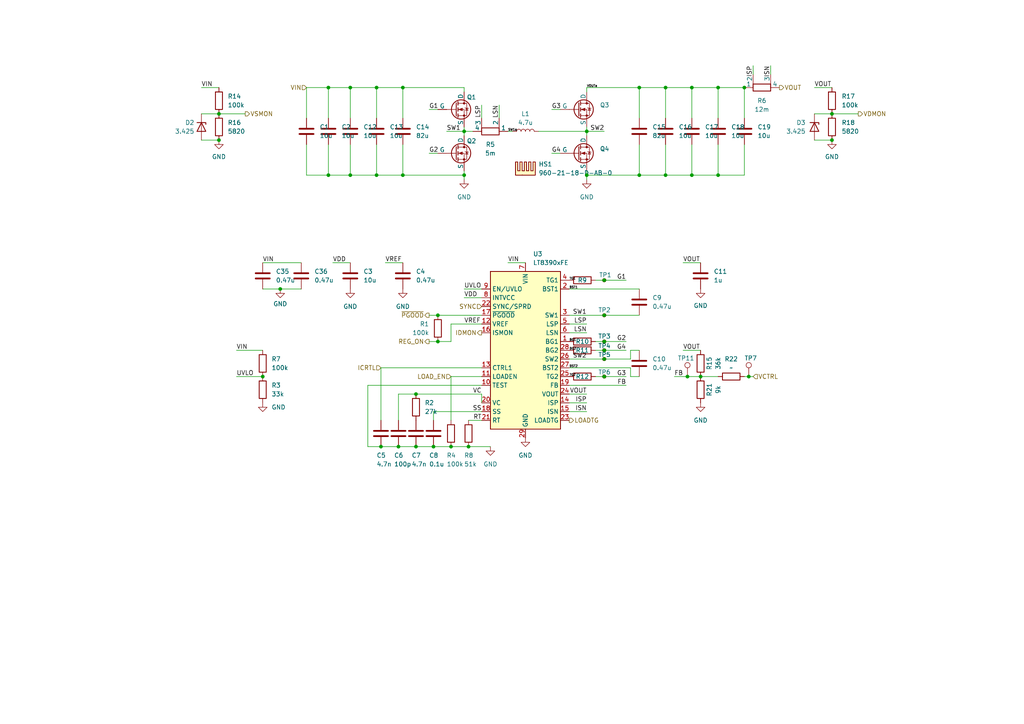
<source format=kicad_sch>
(kicad_sch (version 20231120) (generator "eeschema") (generator_version "8.0")
  (paper "A4")
  (lib_symbols
    (symbol "Connector:TestPoint" (pin_numbers hide) (pin_names (offset 0.762) hide)
      (property "Reference" "TP" (at 0 6.858 0))
      (property "Value" "TestPoint" (at 0 5.08 0))
      (symbol "TestPoint_0_1"
        (circle (center 0 3.302) (radius 0.762))
      )
      (symbol "TestPoint_1_1"
        (pin passive line (at 0 0 90) (length 2.54) (name "1") (number "1"))
      )
    )
    (symbol "Connector:TestPoint_Small" (pin_numbers hide) (pin_names (offset 0.762) hide)
      (property "Reference" "TP" (at 0 3.81 0))
      (property "Value" "TestPoint_Small" (at 0 2.032 0))
      (symbol "TestPoint_Small_0_1"
        (circle (center 0 0) (radius 0.508))
      )
      (symbol "TestPoint_Small_1_1"
        (pin passive line (at 0 0 90) (length 0) (name "1") (number "1"))
      )
    )
    (symbol "Device:C" (pin_numbers hide) (pin_names (offset 0.254))
      (property "Reference" "C" (at 0.635 2.54 0))
      (property "Value" "C" (at 0.635 -2.54 0))
      (symbol "C_0_1"
        (polyline (pts (xy -2.032 -0.762) (xy 2.032 -0.762)) (stroke (width 0.508)))
        (polyline (pts (xy -2.032 0.762) (xy 2.032 0.762)) (stroke (width 0.508)))
      )
      (symbol "C_1_1"
        (pin passive line (at 0 3.81 270) (length 2.794) (name "~") (number "1"))
        (pin passive line (at 0 -3.81 90) (length 2.794) (name "~") (number "2"))
      )
    )
    (symbol "Device:D_Zener" (pin_numbers hide) (pin_names (offset 1.016) hide)
      (property "Reference" "D" (at 0 2.54 0))
      (property "Value" "D_Zener" (at 0 -2.54 0))
      (symbol "D_Zener_0_1"
        (polyline (pts (xy 1.27 0) (xy -1.27 0)))
        (polyline (pts (xy -1.27 -1.27) (xy -1.27 1.27) (xy -0.762 1.27)) (stroke (width 0.254)))
        (polyline (pts (xy 1.27 -1.27) (xy 1.27 1.27) (xy -1.27 0) (xy 1.27 -1.27)) (stroke (width 0.254)))
      )
      (symbol "D_Zener_1_1"
        (pin passive line (at -3.81 0 0) (length 2.54) (name "K") (number "1"))
        (pin passive line (at 3.81 0 180) (length 2.54) (name "A") (number "2"))
      )
    )
    (symbol "Device:L" (pin_numbers hide) (pin_names (offset 1.016) hide)
      (property "Reference" "L" (at -1.27 0 90))
      (property "Value" "L" (at 1.905 0 90))
      (symbol "L_0_1"
        (arc (start 0 -2.54) (mid 0.6323 -1.905) (end 0 -1.27))
        (arc (start 0 -1.27) (mid 0.6323 -0.635) (end 0 0))
        (arc (start 0 0) (mid 0.6323 0.635) (end 0 1.27))
        (arc (start 0 1.27) (mid 0.6323 1.905) (end 0 2.54))
      )
      (symbol "L_1_1"
        (pin passive line (at 0 3.81 270) (length 1.27) (name "1") (number "1"))
        (pin passive line (at 0 -3.81 90) (length 1.27) (name "2") (number "2"))
      )
    )
    (symbol "Device:R" (pin_numbers hide) (pin_names (offset 0))
      (property "Reference" "R" (at 2.032 0 90))
      (property "Value" "R" (at 0 0 90))
      (symbol "R_0_1"
        (rectangle (start -1.016 -2.54) (end 1.016 2.54) (stroke (width 0.254)))
      )
      (symbol "R_1_1"
        (pin passive line (at 0 3.81 270) (length 1.27) (name "~") (number "1"))
        (pin passive line (at 0 -3.81 90) (length 1.27) (name "~") (number "2"))
      )
    )
    (symbol "Device:R_Shunt" (pin_numbers hide) (pin_names (offset 0))
      (property "Reference" "R" (at -4.445 0 90))
      (property "Value" "R_Shunt" (at -2.54 0 90))
      (symbol "R_Shunt_0_1"
        (rectangle (start -1.016 -2.54) (end 1.016 2.54) (stroke (width 0.254)))
        (polyline (pts (xy 0 -2.54) (xy 1.27 -2.54)))
        (polyline (pts (xy 1.27 2.54) (xy 0 2.54)))
      )
      (symbol "R_Shunt_1_1"
        (pin passive line (at 0 5.08 270) (length 2.54) (name "1") (number "1"))
        (pin passive line (at 3.81 2.54 180) (length 2.54) (name "2") (number "2"))
        (pin passive line (at 3.81 -2.54 180) (length 2.54) (name "3") (number "3"))
        (pin passive line (at 0 -5.08 90) (length 2.54) (name "4") (number "4"))
      )
    )
    (symbol "Driver_LED:LT8391xFE"
      (property "Reference" "U3" (at 2.1941 27.94 0))
      (property "Value" "LT8390xFE" (at 2.1941 25.4 0))
      (symbol "LT8391xFE_0_1"
        (rectangle (start -10.16 22.86) (end 10.16 -22.86) (stroke (width 0.254)) (fill (type background)))
      )
      (symbol "LT8391xFE_1_1"
        (pin output line (at 12.7 2.54 180) (length 2.54) (name "BG1") (number "1"))
        (pin input line (at -12.7 -10.16 0) (length 2.54) (name "TEST") (number "10"))
        (pin input line (at -12.7 -7.62 0) (length 2.54) (name "LOADEN") (number "11"))
        (pin power_out line (at -12.7 7.62 0) (length 2.54) (name "VREF") (number "12"))
        (pin input line (at -12.7 -5.08 0) (length 2.54) (name "CTRL1") (number "13"))
        (pin input line (at 12.7 -15.24 180) (length 2.54) (name "ISP") (number "14"))
        (pin input line (at 12.7 -17.78 180) (length 2.54) (name "ISN") (number "15"))
        (pin input line (at -12.7 5.08 0) (length 2.54) (name "ISMON") (number "16"))
        (pin open_collector line (at -12.7 10.16 0) (length 2.54) (name "~{PGOOD}") (number "17"))
        (pin passive line (at -12.7 -17.78 0) (length 2.54) (name "SS") (number "18"))
        (pin input line (at 12.7 -10.16 180) (length 2.54) (name "FB") (number "19"))
        (pin passive line (at 12.7 17.78 180) (length 2.54) (name "BST1") (number "2"))
        (pin passive line (at -12.7 -15.24 0) (length 2.54) (name "VC") (number "20"))
        (pin passive line (at -12.7 -20.32 0) (length 2.54) (name "RT") (number "21"))
        (pin input line (at -12.7 12.7 0) (length 2.54) (name "SYNC/SPRD") (number "22"))
        (pin output line (at 12.7 -20.32 180) (length 2.54) (name "LOADTG") (number "23"))
        (pin power_in line (at 12.7 -12.7 180) (length 2.54) (name "VOUT") (number "24"))
        (pin output line (at 12.7 -7.62 180) (length 2.54) (name "TG2") (number "25"))
        (pin passive line (at 12.7 -2.54 180) (length 2.54) (name "SW2") (number "26"))
        (pin passive line (at 12.7 -5.08 180) (length 2.54) (name "BST2") (number "27"))
        (pin output line (at 12.7 0 180) (length 2.54) (name "BG2") (number "28"))
        (pin power_in line (at 0 -25.4 90) (length 2.54) (name "GND") (number "29"))
        (pin passive line (at 12.7 10.16 180) (length 2.54) (name "SW1") (number "3"))
        (pin output line (at 12.7 20.32 180) (length 2.54) (name "TG1") (number "4"))
        (pin input line (at 12.7 7.62 180) (length 2.54) (name "LSP") (number "5"))
        (pin input line (at 12.7 5.08 180) (length 2.54) (name "LSN") (number "6"))
        (pin power_in line (at 0 25.4 270) (length 2.54) (name "VIN") (number "7"))
        (pin power_out line (at -12.7 15.24 0) (length 2.54) (name "INTVCC") (number "8"))
        (pin input line (at -12.7 17.78 0) (length 2.54) (name "EN/UVLO") (number "9"))
      )
    )
    (symbol "Mechanical:Heatsink" (pin_names (offset 1.016)) (exclude_from_sim yes)
      (property "Reference" "HS" (at 0 5.08 0))
      (property "Value" "Heatsink" (at 0 -1.27 0))
      (symbol "Heatsink_0_1"
        (polyline (pts (xy -0.3302 1.27) (xy -0.9652 1.27) (xy -0.9652 3.81) (xy -1.6002 3.81) (xy -1.6002 1.27) (xy -2.2352 1.27) (xy -2.2352 3.81) (xy -2.8702 3.81) (xy -2.8702 0) (xy -0.9652 0)) (stroke (width 0.254)) (fill (type background)))
        (polyline (pts (xy -0.3302 1.27) (xy -0.3302 3.81) (xy 0.3048 3.81) (xy 0.3048 1.27) (xy 0.9398 1.27) (xy 0.9398 3.81) (xy 1.5748 3.81) (xy 1.5748 1.27) (xy 2.2098 1.27) (xy 2.2098 3.81) (xy 2.8448 3.81) (xy 2.8448 0) (xy -0.9652 0)) (stroke (width 0.254)) (fill (type background)))
      )
    )
    (symbol "Simulation_SPICE:NMOS" (pin_numbers hide) (pin_names (offset 0))
      (property "Reference" "Q" (at 5.08 1.27 0))
      (property "Value" "NMOS" (at 5.08 -1.27 0))
      (symbol "NMOS_0_1"
        (polyline (pts (xy 0.254 0) (xy -2.54 0)))
        (polyline (pts (xy 0.254 1.905) (xy 0.254 -1.905)) (stroke (width 0.254)))
        (polyline (pts (xy 0.762 -1.27) (xy 0.762 -2.286)) (stroke (width 0.254)))
        (polyline (pts (xy 0.762 0.508) (xy 0.762 -0.508)) (stroke (width 0.254)))
        (polyline (pts (xy 0.762 2.286) (xy 0.762 1.27)) (stroke (width 0.254)))
        (polyline (pts (xy 2.54 2.54) (xy 2.54 1.778)))
        (polyline (pts (xy 2.54 -2.54) (xy 2.54 0) (xy 0.762 0)))
        (polyline (pts (xy 0.762 -1.778) (xy 3.302 -1.778) (xy 3.302 1.778) (xy 0.762 1.778)))
        (polyline (pts (xy 1.016 0) (xy 2.032 0.381) (xy 2.032 -0.381) (xy 1.016 0)) (fill (type outline)))
        (polyline (pts (xy 2.794 0.508) (xy 2.921 0.381) (xy 3.683 0.381) (xy 3.81 0.254)))
        (polyline (pts (xy 3.302 0.381) (xy 2.921 -0.254) (xy 3.683 -0.254) (xy 3.302 0.381)))
        (circle (center 1.651 0) (radius 2.794) (stroke (width 0.254)))
        (circle (center 2.54 -1.778) (radius 0.254) (fill (type outline)))
        (circle (center 2.54 1.778) (radius 0.254) (fill (type outline)))
      )
      (symbol "NMOS_1_1"
        (pin passive line (at 2.54 5.08 270) (length 2.54) (name "D") (number "1"))
        (pin input line (at -5.08 0 0) (length 2.54) (name "G") (number "2"))
        (pin passive line (at 2.54 -5.08 90) (length 2.54) (name "S") (number "3"))
      )
    )
    (symbol "power:GND" (power) (pin_names (offset 0))
      (property "Value" "GND" (at 0 -3.81 0))
      (symbol "GND_0_1"
        (polyline (pts (xy 0 0) (xy 0 -1.27) (xy 1.27 -1.27) (xy 0 -2.54) (xy -1.27 -1.27) (xy 0 -1.27)))
      )
      (symbol "GND_1_1"
        (pin power_in line (at 0 0 270) (length 0) hide (name "GND") (number "1"))
      )
    )
  )
  (junction (at 76.2 109.22))
  (junction (at 115.57 129.54))
  (junction (at 170.18 50.8))
  (junction (at 241.3 33.02))
  (junction (at 127 99.06))
  (junction (at 200.66 50.8))
  (junction (at 120.65 114.3))
  (junction (at 95.25 50.8))
  (junction (at 134.62 38.1))
  (junction (at 185.42 50.8))
  (junction (at 200.66 25.4))
  (junction (at 134.62 50.8))
  (junction (at 175.26 81.28))
  (junction (at 101.6 50.8))
  (junction (at 199.39 109.22))
  (junction (at 101.6 25.4))
  (junction (at 217.17 109.22))
  (junction (at 81.28 83.82))
  (junction (at 175.26 109.22))
  (junction (at 175.26 91.44))
  (junction (at 175.26 104.14))
  (junction (at 127 91.44))
  (junction (at 130.81 129.54))
  (junction (at 63.5 33.02))
  (junction (at 175.26 101.6))
  (junction (at 110.49 129.54))
  (junction (at 125.73 129.54))
  (junction (at 170.18 38.1))
  (junction (at 241.3 40.64))
  (junction (at 208.28 25.4))
  (junction (at 193.04 50.8))
  (junction (at 95.25 25.4))
  (junction (at 120.65 129.54))
  (junction (at 208.28 50.8))
  (junction (at 175.26 99.06))
  (junction (at 116.84 25.4))
  (junction (at 63.5 40.64))
  (junction (at 109.22 50.8))
  (junction (at 203.2 109.22))
  (junction (at 185.42 25.4))
  (junction (at 193.04 25.4))
  (junction (at 135.89 129.54))
  (junction (at 215.9 25.4))
  (junction (at 116.84 50.8))
  (junction (at 109.22 25.4))
  (wire (pts (xy 115.57 121.92) (xy 115.57 114.3)))
  (wire (pts (xy 172.72 99.06) (xy 175.26 99.06)))
  (wire (pts (xy 139.7 30.48) (xy 139.7 34.29)))
  (wire (pts (xy 88.9 25.4) (xy 95.25 25.4)))
  (wire (pts (xy 215.9 50.8) (xy 208.28 50.8)))
  (wire (pts (xy 203.2 109.22) (xy 208.28 109.22)))
  (wire (pts (xy 195.58 109.22) (xy 199.39 109.22)))
  (wire (pts (xy 175.26 81.28) (xy 181.61 81.28)))
  (wire (pts (xy 200.66 25.4) (xy 193.04 25.4)))
  (wire (pts (xy 156.21 38.1) (xy 170.18 38.1)))
  (wire (pts (xy 109.22 50.8) (xy 116.84 50.8)))
  (wire (pts (xy 135.89 129.54) (xy 142.24 129.54)))
  (wire (pts (xy 200.66 41.91) (xy 200.66 50.8)))
  (wire (pts (xy 127 91.44) (xy 139.7 91.44)))
  (wire (pts (xy 160.02 31.75) (xy 162.56 31.75)))
  (wire (pts (xy 116.84 50.8) (xy 134.62 50.8)))
  (wire (pts (xy 170.18 50.8) (xy 170.18 52.07)))
  (wire (pts (xy 106.68 111.76) (xy 106.68 129.54)))
  (wire (pts (xy 130.81 121.92) (xy 130.81 109.22)))
  (wire (pts (xy 217.17 109.22) (xy 218.44 109.22)))
  (wire (pts (xy 185.42 50.8) (xy 170.18 50.8)))
  (wire (pts (xy 215.9 34.29) (xy 215.9 25.4)))
  (wire (pts (xy 175.26 109.22) (xy 181.61 109.22)))
  (wire (pts (xy 185.42 41.91) (xy 185.42 50.8)))
  (wire (pts (xy 170.18 49.53) (xy 170.18 50.8)))
  (wire (pts (xy 88.9 41.91) (xy 88.9 50.8)))
  (wire (pts (xy 215.9 41.91) (xy 215.9 50.8)))
  (wire (pts (xy 101.6 50.8) (xy 109.22 50.8)))
  (wire (pts (xy 170.18 38.1) (xy 175.26 38.1)))
  (wire (pts (xy 165.1 119.38) (xy 170.18 119.38)))
  (wire (pts (xy 120.65 129.54) (xy 125.73 129.54)))
  (wire (pts (xy 193.04 34.29) (xy 193.04 25.4)))
  (wire (pts (xy 58.42 33.02) (xy 63.5 33.02)))
  (wire (pts (xy 58.42 40.64) (xy 63.5 40.64)))
  (wire (pts (xy 125.73 119.38) (xy 125.73 121.92)))
  (wire (pts (xy 175.26 91.44) (xy 185.42 91.44)))
  (wire (pts (xy 165.1 111.76) (xy 181.61 111.76)))
  (wire (pts (xy 185.42 25.4) (xy 170.18 25.4)))
  (wire (pts (xy 172.72 101.6) (xy 175.26 101.6)))
  (wire (pts (xy 135.89 121.92) (xy 139.7 121.92)))
  (wire (pts (xy 198.12 76.2) (xy 203.2 76.2)))
  (wire (pts (xy 63.5 33.02) (xy 71.12 33.02)))
  (wire (pts (xy 95.25 41.91) (xy 95.25 50.8)))
  (wire (pts (xy 134.62 86.36) (xy 139.7 86.36)))
  (wire (pts (xy 175.26 101.6) (xy 181.61 101.6)))
  (wire (pts (xy 172.72 109.22) (xy 175.26 109.22)))
  (wire (pts (xy 165.1 116.84) (xy 170.18 116.84)))
  (wire (pts (xy 130.81 99.06) (xy 130.81 93.98)))
  (wire (pts (xy 165.1 114.3) (xy 170.18 114.3)))
  (wire (pts (xy 193.04 41.91) (xy 193.04 50.8)))
  (wire (pts (xy 208.28 50.8) (xy 200.66 50.8)))
  (wire (pts (xy 109.22 41.91) (xy 109.22 50.8)))
  (wire (pts (xy 134.62 36.83) (xy 134.62 38.1)))
  (wire (pts (xy 101.6 34.29) (xy 101.6 25.4)))
  (wire (pts (xy 129.54 38.1) (xy 134.62 38.1)))
  (wire (pts (xy 115.57 129.54) (xy 120.65 129.54)))
  (wire (pts (xy 130.81 129.54) (xy 135.89 129.54)))
  (wire (pts (xy 127 99.06) (xy 130.81 99.06)))
  (wire (pts (xy 208.28 41.91) (xy 208.28 50.8)))
  (wire (pts (xy 144.78 30.48) (xy 144.78 34.29)))
  (wire (pts (xy 165.1 91.44) (xy 175.26 91.44)))
  (wire (pts (xy 134.62 25.4) (xy 134.62 26.67)))
  (wire (pts (xy 76.2 76.2) (xy 87.376 76.2)))
  (wire (pts (xy 125.73 119.38) (xy 139.7 119.38)))
  (wire (pts (xy 116.84 25.4) (xy 134.62 25.4)))
  (wire (pts (xy 185.42 101.6) (xy 182.88 101.6)))
  (wire (pts (xy 199.39 109.22) (xy 203.2 109.22)))
  (wire (pts (xy 175.26 99.06) (xy 181.61 99.06)))
  (wire (pts (xy 95.25 25.4) (xy 101.6 25.4)))
  (wire (pts (xy 134.62 49.53) (xy 134.62 50.8)))
  (wire (pts (xy 147.32 38.1) (xy 148.59 38.1)))
  (wire (pts (xy 115.57 114.3) (xy 120.65 114.3)))
  (wire (pts (xy 165.1 93.98) (xy 170.18 93.98)))
  (wire (pts (xy 208.28 34.29) (xy 208.28 25.4)))
  (wire (pts (xy 241.3 33.02) (xy 248.92 33.02)))
  (wire (pts (xy 130.81 109.22) (xy 139.7 109.22)))
  (wire (pts (xy 175.26 104.14) (xy 165.1 104.14)))
  (wire (pts (xy 124.46 44.45) (xy 127 44.45)))
  (wire (pts (xy 185.42 34.29) (xy 185.42 25.4)))
  (wire (pts (xy 200.66 50.8) (xy 193.04 50.8)))
  (wire (pts (xy 110.49 106.68) (xy 110.49 121.92)))
  (wire (pts (xy 124.46 91.44) (xy 127 91.44)))
  (wire (pts (xy 95.25 50.8) (xy 101.6 50.8)))
  (wire (pts (xy 236.22 25.4) (xy 241.3 25.4)))
  (wire (pts (xy 218.44 19.05) (xy 218.44 21.59)))
  (wire (pts (xy 134.62 38.1) (xy 137.16 38.1)))
  (wire (pts (xy 147.32 76.2) (xy 152.4 76.2)))
  (wire (pts (xy 81.28 83.82) (xy 87.376 83.82)))
  (wire (pts (xy 101.6 25.4) (xy 109.22 25.4)))
  (wire (pts (xy 134.62 38.1) (xy 134.62 39.37)))
  (wire (pts (xy 223.52 19.05) (xy 223.52 21.59)))
  (wire (pts (xy 106.68 129.54) (xy 110.49 129.54)))
  (wire (pts (xy 170.18 38.1) (xy 170.18 39.37)))
  (wire (pts (xy 182.88 101.6) (xy 182.88 104.14)))
  (wire (pts (xy 111.76 76.2) (xy 116.84 76.2)))
  (wire (pts (xy 160.02 44.45) (xy 162.56 44.45)))
  (wire (pts (xy 58.42 25.4) (xy 63.5 25.4)))
  (wire (pts (xy 215.9 109.22) (xy 217.17 109.22)))
  (wire (pts (xy 134.62 50.8) (xy 134.62 52.07)))
  (wire (pts (xy 125.73 129.54) (xy 130.81 129.54)))
  (wire (pts (xy 182.88 109.22) (xy 185.42 109.22)))
  (wire (pts (xy 185.42 25.4) (xy 193.04 25.4)))
  (wire (pts (xy 215.9 25.4) (xy 208.28 25.4)))
  (wire (pts (xy 182.88 104.14) (xy 175.26 104.14)))
  (wire (pts (xy 170.18 36.83) (xy 170.18 38.1)))
  (wire (pts (xy 182.88 106.68) (xy 182.88 109.22)))
  (wire (pts (xy 134.62 83.82) (xy 139.7 83.82)))
  (wire (pts (xy 76.2 83.82) (xy 81.28 83.82)))
  (wire (pts (xy 200.66 34.29) (xy 200.66 25.4)))
  (wire (pts (xy 110.49 129.54) (xy 115.57 129.54)))
  (wire (pts (xy 172.72 81.28) (xy 175.26 81.28)))
  (wire (pts (xy 124.46 99.06) (xy 127 99.06)))
  (wire (pts (xy 88.9 34.29) (xy 88.9 25.4)))
  (wire (pts (xy 95.25 34.29) (xy 95.25 25.4)))
  (wire (pts (xy 101.6 41.91) (xy 101.6 50.8)))
  (wire (pts (xy 139.7 93.98) (xy 130.81 93.98)))
  (wire (pts (xy 139.7 111.76) (xy 106.68 111.76)))
  (wire (pts (xy 185.42 50.8) (xy 193.04 50.8)))
  (wire (pts (xy 139.7 114.3) (xy 139.7 116.84)))
  (wire (pts (xy 198.12 101.6) (xy 203.2 101.6)))
  (wire (pts (xy 96.52 76.2) (xy 101.6 76.2)))
  (wire (pts (xy 208.28 25.4) (xy 200.66 25.4)))
  (wire (pts (xy 120.65 114.3) (xy 139.7 114.3)))
  (wire (pts (xy 88.9 50.8) (xy 95.25 50.8)))
  (wire (pts (xy 110.49 106.68) (xy 139.7 106.68)))
  (wire (pts (xy 165.1 96.52) (xy 170.18 96.52)))
  (wire (pts (xy 109.22 34.29) (xy 109.22 25.4)))
  (wire (pts (xy 116.84 41.91) (xy 116.84 50.8)))
  (wire (pts (xy 165.1 83.82) (xy 185.42 83.82)))
  (wire (pts (xy 236.22 33.02) (xy 241.3 33.02)))
  (wire (pts (xy 68.58 109.22) (xy 76.2 109.22)))
  (wire (pts (xy 124.46 31.75) (xy 127 31.75)))
  (wire (pts (xy 170.18 25.4) (xy 170.18 26.67)))
  (wire (pts (xy 68.58 101.6) (xy 76.2 101.6)))
  (wire (pts (xy 109.22 25.4) (xy 116.84 25.4)))
  (wire (pts (xy 116.84 34.29) (xy 116.84 25.4)))
  (wire (pts (xy 165.1 106.68) (xy 182.88 106.68)))
  (wire (pts (xy 236.22 40.64) (xy 241.3 40.64)))
  (label "ISN" (at 223.52 19.05 270))
  (label "VIN" (at 147.32 76.2 0))
  (label "VOUTa" (at 170.18 25.4 0) (effects (font (size 0.635 0.635))))
  (label "VREF" (at 111.76 76.2 0))
  (label "UVLO" (at 134.62 83.82 0))
  (label "VDD" (at 96.52 76.2 0))
  (label "BST2" (at 165.1 106.68 0) (effects (font (size 0.635 0.635))))
  (label "FB" (at 181.61 111.76 180))
  (label "VIN" (at 68.58 101.6 0))
  (label "BG2" (at 165.1 101.6 0) (effects (font (size 0.635 0.635))))
  (label "BST1" (at 165.1 83.82 0) (effects (font (size 0.635 0.635))))
  (label "VIN" (at 76.2 76.2 0))
  (label "VOUT" (at 198.12 76.2 0))
  (label "LSN" (at 144.78 30.48 270))
  (label "G2" (at 124.46 44.45 0))
  (label "FB" (at 195.58 109.22 0))
  (label "SW2" (at 175.26 38.1 180))
  (label "SW1a" (at 147.32 38.1 0) (effects (font (size 0.635 0.635))))
  (label "VOUT" (at 198.12 101.6 0))
  (label "VOUT" (at 170.18 114.3 180))
  (label "G4" (at 160.02 44.45 0))
  (label "TG2" (at 165.1 109.22 0) (effects (font (size 0.635 0.635))))
  (label "ISN" (at 170.18 119.38 180))
  (label "G1" (at 181.61 81.28 180))
  (label "SS" (at 139.7 119.38 180))
  (label "LSP" (at 170.18 93.98 180))
  (label "SW1" (at 129.54 38.1 0))
  (label "LSP" (at 139.7 30.48 270))
  (label "ISP" (at 170.18 116.84 180))
  (label "G1" (at 124.46 31.75 0))
  (label "UVLO" (at 68.58 109.22 0))
  (label "SW1" (at 170.18 91.44 180))
  (label "ISP" (at 218.44 19.05 270))
  (label "G2" (at 181.61 99.06 180))
  (label "LSN" (at 170.18 96.52 180))
  (label "RT" (at 139.7 121.92 180))
  (label "VIN" (at 58.42 25.4 0))
  (label "BG1" (at 165.1 99.06 0) (effects (font (size 0.635 0.635))))
  (label "VC" (at 139.7 114.3 180))
  (label "G3" (at 160.02 31.75 0))
  (label "TG1" (at 165.1 81.28 0) (effects (font (size 0.635 0.635))))
  (label "VDD" (at 134.62 86.36 0))
  (label "VOUT" (at 236.22 25.4 0))
  (label "SW2" (at 170.18 104.14 180))
  (label "G4" (at 181.61 101.6 180))
  (label "VREF" (at 134.62 93.98 0))
  (label "G3" (at 181.61 109.22 180))
  (hierarchical_label "REG_ON" (shape output) (at 124.46 99.06 180))
  (hierarchical_label "ICRTL" (shape input) (at 110.49 106.68 180))
  (hierarchical_label "LOAD_EN" (shape input) (at 130.81 109.22 180))
  (hierarchical_label "VSMON" (shape output) (at 71.12 33.02 0))
  (hierarchical_label "VDMON" (shape output) (at 248.92 33.02 0))
  (hierarchical_label "LOADTG" (shape output) (at 165.1 121.92 0))
  (hierarchical_label "VIN" (shape input) (at 88.9 25.4 180))
  (hierarchical_label "SYNC" (shape input) (at 139.7 88.9 180))
  (hierarchical_label "VCTRL" (shape input) (at 218.44 109.22 0))
  (hierarchical_label "~{PGOOD}" (shape output) (at 124.46 91.44 180))
  (hierarchical_label "IDMON" (shape output) (at 139.7 96.52 180))
  (hierarchical_label "VOUT" (shape output) (at 226.06 25.4 0))
  (symbol (lib_id "power:GND") (at 203.2 116.84 0) (unit 1)
    (property "Reference" "#PWR042" (effects (hide yes)))
    (property "Value" "GND" (at 203.2 121.92 0))
  )
  (symbol (lib_id "Device:C") (at 101.6 38.1 0) (unit 1)
    (property "Reference" "C12" (at 105.41 36.83 0) (effects (justify left)))
    (property "Value" "10u" (at 105.41 39.37 0) (effects (justify left)))
    (property "Footprint" "Capacitor_SMD:C_1206_3216Metric" (effects (hide yes)))
  )
  (symbol (lib_id "Mechanical:Heatsink") (at 152.4 50.8 0) (unit 1) (exclude_from_sim yes)
    (property "Reference" "HS1" (at 156.21 47.6249 0) (effects (justify left)))
    (property "Value" "960-21-18-D-AB-0" (at 156.21 50.1649 0) (effects (justify left)))
    (property "Footprint" "Library:960-21-xx-D" (effects (hide yes)))
    (property "Datasheet" "https://mm.digikey.com/Volume0/opasdata/d220001/medias/docus/693/960_Series.pdf" (effects (hide yes)))
    (property "Description" "Heatsink" (effects (hide yes)))
  )
  (symbol (lib_id "Connector:TestPoint_Small") (at 175.26 81.28 0) (unit 1)
    (property "Reference" "TP1" (at 173.736 79.756 0) (effects (justify left)))
    (property "Value" "TestPoint_Small" (effects (hide yes)))
    (property "Footprint" "TestPoint:TestPoint_Pad_D1.0mm" (effects (hide yes)))
  )
  (symbol (lib_id "Device:R") (at 168.91 109.22 90) (unit 1)
    (property "Reference" "R12" (at 168.91 109.22 90))
    (property "Value" "1" (effects (hide yes)))
    (property "Footprint" "Resistor_SMD:R_0603_1608Metric" (effects (hide yes)))
  )
  (symbol (lib_id "Driver_LED:LT8391xFE") (at 152.4 101.6 0) (unit 1)
    (property "Reference" "U3" (at 154.5941 73.66 0) (effects (justify left)))
    (property "Value" "LT8390xFE" (at 154.5941 76.2 0) (effects (justify left)))
    (property "Footprint" "Package_SO:TSSOP-28-1EP_4.4x9.7mm_P0.65mm" (effects (hide yes)))
    (property "Datasheet" "https://www.analog.com/media/en/technical-documentation/data-sheets/lt8390.pdf" (effects (hide yes)))
  )
  (symbol (lib_id "Simulation_SPICE:NMOS") (at 167.64 31.75 0) (unit 1)
    (property "Reference" "Q3" (at 173.99 30.48 0) (effects (justify left)))
    (property "Value" "NMOS" (effects (hide yes)))
    (property "Footprint" "Library:ECP2302" (effects (hide yes)))
    (property "Datasheet" "https://ngspice.sourceforge.io/docs/ngspice-manual.pdf" (effects (hide yes)))
    (property "Sim.Device" "NMOS" (effects (hide yes)))
    (property "Sim.Type" "VDMOS" (effects (hide yes)))
    (property "Sim.Pins" "1=D 2=G 3=S" (effects (hide yes)))
  )
  (symbol (lib_id "Device:C") (at 185.42 38.1 0) (unit 1)
    (property "Reference" "C15" (at 189.23 36.83 0) (effects (justify left)))
    (property "Value" "82u" (at 189.23 39.37 0) (effects (justify left)))
    (property "Footprint" "Capacitor_SMD:CP_Elec_10x7.9" (effects (hide yes)))
  )
  (symbol (lib_id "Connector:TestPoint") (at 217.17 109.22 0) (unit 1)
    (property "Reference" "TP7" (at 215.9 103.886 0) (effects (justify left)))
    (property "Value" "TestPoint_Small" (effects (hide yes)))
    (property "Footprint" "TestPoint:TestPoint_Pad_D1.0mm" (effects (hide yes)))
    (property "Description" "test point" (effects (hide yes)))
  )
  (symbol (lib_id "Device:C") (at 185.42 87.63 0) (unit 1)
    (property "Reference" "C9" (at 189.23 86.36 0) (effects (justify left)))
    (property "Value" "0.47u" (at 189.23 88.9 0) (effects (justify left)))
    (property "Footprint" "Capacitor_SMD:C_0805_2012Metric" (effects (hide yes)))
  )
  (symbol (lib_id "Device:R") (at 63.5 36.83 0) (unit 1)
    (property "Reference" "R16" (at 66.04 35.5599 0) (effects (justify left)))
    (property "Value" "5820" (at 66.04 38.0999 0) (effects (justify left)))
    (property "Footprint" "Resistor_SMD:R_0603_1608Metric" (effects (hide yes)))
  )
  (symbol (lib_id "Device:D_Zener") (at 236.22 36.83 270) (unit 1)
    (property "Reference" "D3" (at 233.68 35.5599 90) (effects (justify right)))
    (property "Value" "3.425" (at 233.68 38.0999 90) (effects (justify right)))
    (property "Footprint" "Library:CR_PLZ5V1C_VIS" (effects (hide yes)))
    (property "Datasheet" "https://www.vishay.com/docs/84830/plzseries.pdf" (effects (hide yes)))
  )
  (symbol (lib_id "power:GND") (at 101.6 83.82 0) (unit 1)
    (property "Reference" "#PWR045" (effects (hide yes)))
    (property "Value" "GND" (at 101.6 88.9 0))
  )
  (symbol (lib_id "Device:C") (at 185.42 105.41 0) (unit 1)
    (property "Reference" "C10" (at 189.23 104.1399 0) (effects (justify left)))
    (property "Value" "0.47u" (at 189.23 106.6799 0) (effects (justify left)))
    (property "Footprint" "Capacitor_SMD:C_0805_2012Metric" (effects (hide yes)))
  )
  (symbol (lib_id "power:GND") (at 134.62 52.07 0) (unit 1)
    (property "Reference" "#PWR02" (effects (hide yes)))
    (property "Value" "GND" (at 134.62 57.15 0))
  )
  (symbol (lib_id "Device:R") (at 76.2 105.41 0) (unit 1)
    (property "Reference" "R7" (at 78.74 104.14 0) (effects (justify left)))
    (property "Value" "100k" (at 78.74 106.68 0) (effects (justify left)))
    (property "Footprint" "Resistor_SMD:R_0603_1608Metric" (effects (hide yes)))
  )
  (symbol (lib_id "Device:R") (at 63.5 29.21 0) (unit 1)
    (property "Reference" "R14" (at 66.04 27.9399 0) (effects (justify left)))
    (property "Value" "100k" (at 66.04 30.4799 0) (effects (justify left)))
    (property "Footprint" "Resistor_SMD:R_0603_1608Metric" (effects (hide yes)))
  )
  (symbol (lib_id "Device:R") (at 135.89 125.73 0) (unit 1)
    (property "Reference" "R8" (at 134.62 132.08 0) (effects (justify left)))
    (property "Value" "51k" (at 134.62 134.62 0) (effects (justify left)))
    (property "Footprint" "Resistor_SMD:R_0603_1608Metric" (effects (hide yes)))
  )
  (symbol (lib_id "Device:R_Shunt") (at 142.24 38.1 270) (mirror x) (unit 1)
    (property "Reference" "R5" (at 142.24 41.91 90))
    (property "Value" "5m" (at 142.24 44.45 90))
    (property "Footprint" "Resistor_SMD:R_Shunt_Ohmite_LVK12" (effects (hide yes)))
    (property "Description" "Shunt resistor" (effects (hide yes)))
  )
  (symbol (lib_id "Device:C") (at 125.73 125.73 0) (unit 1)
    (property "Reference" "C8" (at 124.46 132.08 0) (effects (justify left)))
    (property "Value" "0.1u" (at 124.46 134.62 0) (effects (justify left)))
    (property "Footprint" "Capacitor_SMD:C_0603_1608Metric" (effects (hide yes)))
  )
  (symbol (lib_id "Device:C") (at 115.57 125.73 0) (unit 1)
    (property "Reference" "C6" (at 114.3 132.08 0) (effects (justify left)))
    (property "Value" "100p" (at 114.3 134.62 0) (effects (justify left)))
    (property "Footprint" "Capacitor_SMD:C_0603_1608Metric" (effects (hide yes)))
  )
  (symbol (lib_id "Device:C") (at 95.25 38.1 0) (unit 1)
    (property "Reference" "C2" (at 99.06 36.83 0) (effects (justify left)))
    (property "Value" "10u" (at 99.06 39.37 0) (effects (justify left)))
    (property "Footprint" "Capacitor_SMD:C_1206_3216Metric" (effects (hide yes)))
  )
  (symbol (lib_id "Device:C") (at 203.2 80.01 0) (unit 1)
    (property "Reference" "C11" (at 207.01 78.74 0) (effects (justify left)))
    (property "Value" "1u" (at 207.01 81.28 0) (effects (justify left)))
    (property "Footprint" "Capacitor_SMD:C_0603_1608Metric" (effects (hide yes)))
  )
  (symbol (lib_id "power:GND") (at 241.3 40.64 0) (unit 1)
    (property "Reference" "#PWR023" (effects (hide yes)))
    (property "Value" "GND" (at 241.3 45.466 0))
  )
  (symbol (lib_id "Device:R") (at 120.65 118.11 0) (unit 1)
    (property "Reference" "R2" (at 123.19 116.84 0) (effects (justify left)))
    (property "Value" "27k" (at 123.19 119.38 0) (effects (justify left)))
    (property "Footprint" "Resistor_SMD:R_0603_1608Metric" (effects (hide yes)))
  )
  (symbol (lib_id "power:GND") (at 203.2 83.82 0) (unit 1)
    (property "Reference" "#PWR018" (effects (hide yes)))
    (property "Value" "GND" (at 203.2 88.646 0))
  )
  (symbol (lib_id "Device:R") (at 127 95.25 180) (unit 1)
    (property "Reference" "R1" (at 124.46 93.9799 0) (effects (justify left)))
    (property "Value" "100k" (at 124.46 96.5199 0) (effects (justify left)))
    (property "Footprint" "Resistor_SMD:R_0603_1608Metric" (effects (hide yes)))
  )
  (symbol (lib_id "power:GND") (at 116.84 83.82 0) (unit 1)
    (property "Reference" "#PWR01" (effects (hide yes)))
    (property "Value" "GND" (at 116.84 88.9 0))
  )
  (symbol (lib_id "Device:L") (at 152.4 38.1 90) (unit 1)
    (property "Reference" "L1" (at 152.4 33.02 90))
    (property "Value" "4.7u" (at 152.4 35.56 90))
    (property "Footprint" "Inductor_SMD:L_Vishay_IHLP-6767" (effects (hide yes)))
    (property "Datasheet" "https://www.vishay.com/docs/34282/ihlp-6767gz-11.pdf" (effects (hide yes)))
  )
  (symbol (lib_id "Device:C") (at 110.49 125.73 0) (unit 1)
    (property "Reference" "C5" (at 109.22 132.08 0) (effects (justify left)))
    (property "Value" "4.7n" (at 109.22 134.62 0) (effects (justify left)))
    (property "Footprint" "Capacitor_SMD:C_0603_1608Metric" (effects (hide yes)))
  )
  (symbol (lib_id "Device:C") (at 120.65 125.73 0) (unit 1)
    (property "Reference" "C7" (at 119.38 132.08 0) (effects (justify left)))
    (property "Value" "4.7n" (at 119.38 134.62 0) (effects (justify left)))
    (property "Footprint" "Capacitor_SMD:C_0603_1608Metric" (effects (hide yes)))
  )
  (symbol (lib_id "Device:R") (at 76.2 113.03 180) (unit 1)
    (property "Reference" "R3" (at 78.74 111.7599 0) (effects (justify right)))
    (property "Value" "33k" (at 78.74 114.2999 0) (effects (justify right)))
    (property "Footprint" "Resistor_SMD:R_0603_1608Metric" (effects (hide yes)))
  )
  (symbol (lib_id "Device:R") (at 168.91 101.6 90) (unit 1)
    (property "Reference" "R11" (at 168.91 101.6 90))
    (property "Value" "1" (effects (hide yes)))
    (property "Footprint" "Resistor_SMD:R_0603_1608Metric" (effects (hide yes)))
  )
  (symbol (lib_id "Connector:TestPoint_Small") (at 175.26 101.6 0) (unit 1)
    (property "Reference" "TP4" (at 173.482 100.33 0) (effects (justify left)))
    (property "Value" "TestPoint_Small" (effects (hide yes)))
    (property "Footprint" "TestPoint:TestPoint_Pad_D1.0mm" (effects (hide yes)))
  )
  (symbol (lib_id "Device:C") (at 87.376 80.01 180) (unit 1)
    (property "Reference" "C36" (at 91.186 78.74 0) (effects (justify right)))
    (property "Value" "0.47u" (at 91.186 81.28 0) (effects (justify right)))
    (property "Footprint" "Capacitor_SMD:C_0805_2012Metric" (effects (hide yes)))
  )
  (symbol (lib_id "Connector:TestPoint_Small") (at 175.26 99.06 0) (unit 1)
    (property "Reference" "TP3" (at 173.482 97.536 0) (effects (justify left)))
    (property "Value" "TestPoint_Small" (effects (hide yes)))
    (property "Footprint" "TestPoint:TestPoint_Pad_D1.0mm" (effects (hide yes)))
  )
  (symbol (lib_id "Device:C") (at 208.28 38.1 0) (unit 1)
    (property "Reference" "C18" (at 212.09 36.83 0) (effects (justify left)))
    (property "Value" "10u" (at 212.09 39.37 0) (effects (justify left)))
    (property "Footprint" "Capacitor_SMD:C_1206_3216Metric" (effects (hide yes)))
  )
  (symbol (lib_id "Simulation_SPICE:NMOS") (at 132.08 44.45 0) (unit 1)
    (property "Reference" "Q2" (at 135.382 40.894 0) (effects (justify left)))
    (property "Value" "NMOS" (effects (hide yes)))
    (property "Footprint" "Library:ECP2302" (effects (hide yes)))
    (property "Datasheet" "https://ngspice.sourceforge.io/docs/ngspice-manual.pdf" (effects (hide yes)))
    (property "Sim.Device" "NMOS" (effects (hide yes)))
    (property "Sim.Type" "VDMOS" (effects (hide yes)))
    (property "Sim.Pins" "1=D 2=G 3=S" (effects (hide yes)))
  )
  (symbol (lib_id "Device:C") (at 76.2 80.01 180) (unit 1)
    (property "Reference" "C35" (at 80.01 78.74 0) (effects (justify right)))
    (property "Value" "0.47u" (at 80.01 81.28 0) (effects (justify right)))
    (property "Footprint" "Capacitor_SMD:C_0805_2012Metric" (effects (hide yes)))
  )
  (symbol (lib_id "Device:C") (at 101.6 80.01 0) (unit 1)
    (property "Reference" "C3" (at 105.41 78.7399 0) (effects (justify left)))
    (property "Value" "10u" (at 105.41 81.2799 0) (effects (justify left)))
    (property "Footprint" "Capacitor_SMD:C_1206_3216Metric" (effects (hide yes)))
  )
  (symbol (lib_id "Device:R") (at 168.91 81.28 90) (unit 1)
    (property "Reference" "R9" (at 168.91 81.28 90))
    (property "Value" "1" (effects (hide yes)))
    (property "Footprint" "Resistor_SMD:R_0603_1608Metric" (effects (hide yes)))
  )
  (symbol (lib_id "power:GND") (at 76.2 116.84 0) (unit 1)
    (property "Reference" "#PWR07" (effects (hide yes)))
    (property "Value" "GND" (at 78.74 118.1099 0) (effects (justify left)))
  )
  (symbol (lib_id "power:GND") (at 63.5 40.64 0) (unit 1)
    (property "Reference" "#PWR021" (effects (hide yes)))
    (property "Value" "GND" (at 63.5 45.466 0))
  )
  (symbol (lib_id "Device:C") (at 116.84 38.1 0) (unit 1)
    (property "Reference" "C14" (at 120.65 36.83 0) (effects (justify left)))
    (property "Value" "82u" (at 120.65 39.37 0) (effects (justify left)))
    (property "Footprint" "Capacitor_SMD:CP_Elec_10x7.9" (effects (hide yes)))
  )
  (symbol (lib_id "Connector:TestPoint") (at 199.39 109.22 0) (unit 1)
    (property "Reference" "TP11" (at 201.422 103.886 0) (effects (justify right)))
    (property "Value" "TestPoint_Small" (effects (hide yes)))
    (property "Footprint" "TestPoint:TestPoint_Pad_D1.0mm" (effects (hide yes)))
    (property "Description" "test point" (effects (hide yes)))
  )
  (symbol (lib_id "Device:R") (at 168.91 99.06 90) (unit 1)
    (property "Reference" "R10" (at 168.91 99.06 90))
    (property "Value" "1" (effects (hide yes)))
    (property "Footprint" "Resistor_SMD:R_0603_1608Metric" (effects (hide yes)))
  )
  (symbol (lib_id "power:GND") (at 142.24 129.54 0) (unit 1)
    (property "Reference" "#PWR09" (effects (hide yes)))
    (property "Value" "GND" (at 142.24 134.62 0))
  )
  (symbol (lib_id "Simulation_SPICE:NMOS") (at 167.64 44.45 0) (unit 1)
    (property "Reference" "Q4" (at 173.99 43.18 0) (effects (justify left)))
    (property "Value" "NMOS" (effects (hide yes)))
    (property "Footprint" "Library:ECP2302" (effects (hide yes)))
    (property "Datasheet" "https://ngspice.sourceforge.io/docs/ngspice-manual.pdf" (effects (hide yes)))
    (property "Sim.Device" "NMOS" (effects (hide yes)))
    (property "Sim.Type" "VDMOS" (effects (hide yes)))
    (property "Sim.Pins" "1=D 2=G 3=S" (effects (hide yes)))
  )
  (symbol (lib_id "Device:C") (at 88.9 38.1 0) (unit 1)
    (property "Reference" "C1" (at 92.71 36.83 0) (effects (justify left)))
    (property "Value" "10u" (at 92.71 39.37 0) (effects (justify left)))
    (property "Footprint" "Capacitor_SMD:C_1206_3216Metric" (effects (hide yes)))
  )
  (symbol (lib_id "Simulation_SPICE:NMOS") (at 132.08 31.75 0) (unit 1)
    (property "Reference" "Q1" (at 135.382 28.194 0) (effects (justify left)))
    (property "Value" "NMOS" (effects (hide yes)))
    (property "Footprint" "Library:ECP2302" (effects (hide yes)))
    (property "Datasheet" "https://ngspice.sourceforge.io/docs/ngspice-manual.pdf" (effects (hide yes)))
    (property "Sim.Device" "NMOS" (effects (hide yes)))
    (property "Sim.Type" "VDMOS" (effects (hide yes)))
    (property "Sim.Pins" "1=D 2=G 3=S" (effects (hide yes)))
  )
  (symbol (lib_id "Device:R_Shunt") (at 220.98 25.4 90) (unit 1)
    (property "Reference" "R6" (at 220.98 29.21 90))
    (property "Value" "12m" (at 220.98 31.75 90))
    (property "Footprint" "Resistor_SMD:R_Shunt_Ohmite_LVK12" (effects (hide yes)))
    (property "Description" "Shunt resistor" (effects (hide yes)))
  )
  (symbol (lib_id "Device:C") (at 116.84 80.01 0) (unit 1)
    (property "Reference" "C4" (at 120.65 78.7399 0) (effects (justify left)))
    (property "Value" "0.47u" (at 120.65 81.2799 0) (effects (justify left)))
    (property "Footprint" "Capacitor_SMD:C_0603_1608Metric" (effects (hide yes)))
  )
  (symbol (lib_id "Device:D_Zener") (at 58.42 36.83 270) (unit 1)
    (property "Reference" "D2" (at 56.388 35.5599 90) (effects (justify right)))
    (property "Value" "3.425" (at 56.388 38.0999 90) (effects (justify right)))
    (property "Footprint" "Library:CR_PLZ5V1C_VIS" (effects (hide yes)))
    (property "Datasheet" "https://www.vishay.com/docs/84830/plzseries.pdf" (effects (hide yes)))
  )
  (symbol (lib_id "Device:R") (at 241.3 36.83 0) (unit 1)
    (property "Reference" "R18" (at 244.094 35.5599 0) (effects (justify left)))
    (property "Value" "5820" (at 244.094 38.0999 0) (effects (justify left)))
    (property "Footprint" "Resistor_SMD:R_0603_1608Metric" (effects (hide yes)))
  )
  (symbol (lib_id "Device:R") (at 203.2 105.41 180) (unit 1)
    (property "Reference" "R15" (at 205.74 105.41 90))
    (property "Value" "36k" (at 208.28 105.41 90))
    (property "Footprint" "Resistor_SMD:R_0603_1608Metric" (effects (hide yes)))
  )
  (symbol (lib_id "power:GND") (at 170.18 52.07 0) (unit 1)
    (property "Reference" "#PWR04" (effects (hide yes)))
    (property "Value" "GND" (at 170.18 57.15 0))
  )
  (symbol (lib_id "power:GND") (at 81.28 83.82 0) (unit 1)
    (property "Reference" "#PWR039" (effects (hide yes)))
    (property "Value" "GND" (at 81.28 88.138 0))
  )
  (symbol (lib_id "Device:C") (at 215.9 38.1 0) (unit 1)
    (property "Reference" "C19" (at 219.71 36.83 0) (effects (justify left)))
    (property "Value" "10u" (at 219.71 39.37 0) (effects (justify left)))
    (property "Footprint" "Capacitor_SMD:C_1206_3216Metric" (effects (hide yes)))
  )
  (symbol (lib_id "Device:C") (at 193.04 38.1 0) (unit 1)
    (property "Reference" "C16" (at 196.85 36.83 0) (effects (justify left)))
    (property "Value" "10u" (at 196.85 39.37 0) (effects (justify left)))
    (property "Footprint" "Capacitor_SMD:C_1206_3216Metric" (effects (hide yes)))
  )
  (symbol (lib_id "Connector:TestPoint_Small") (at 175.26 91.44 0) (unit 1)
    (property "Reference" "TP2" (at 173.482 89.916 0) (effects (justify left)))
    (property "Value" "TestPoint_Small" (effects (hide yes)))
    (property "Footprint" "TestPoint:TestPoint_Pad_D1.0mm" (effects (hide yes)))
  )
  (symbol (lib_id "Device:C") (at 200.66 38.1 0) (unit 1)
    (property "Reference" "C17" (at 204.47 36.83 0) (effects (justify left)))
    (property "Value" "10u" (at 204.47 39.37 0) (effects (justify left)))
    (property "Footprint" "Capacitor_SMD:C_1206_3216Metric" (effects (hide yes)))
  )
  (symbol (lib_id "Device:R") (at 241.3 29.21 0) (unit 1)
    (property "Reference" "R17" (at 244.094 27.9399 0) (effects (justify left)))
    (property "Value" "100k" (at 244.094 30.4799 0) (effects (justify left)))
    (property "Footprint" "Resistor_SMD:R_0603_1608Metric" (effects (hide yes)))
  )
  (symbol (lib_id "Device:R") (at 203.2 113.03 180) (unit 1)
    (property "Reference" "R21" (at 205.74 113.03 90))
    (property "Value" "9k" (at 208.28 113.03 90))
    (property "Footprint" "Resistor_SMD:R_0603_1608Metric" (effects (hide yes)))
  )
  (symbol (lib_id "Device:C") (at 109.22 38.1 0) (unit 1)
    (property "Reference" "C13" (at 113.03 36.83 0) (effects (justify left)))
    (property "Value" "10u" (at 113.03 39.37 0) (effects (justify left)))
    (property "Footprint" "Capacitor_SMD:C_1206_3216Metric" (effects (hide yes)))
  )
  (symbol (lib_id "Device:R") (at 212.09 109.22 90) (unit 1)
    (property "Reference" "R22" (at 212.09 104.14 90))
    (property "Value" "~" (at 212.09 106.68 90))
    (property "Footprint" "Resistor_SMD:R_0603_1608Metric" (effects (hide yes)))
  )
  (symbol (lib_id "Device:R") (at 130.81 125.73 0) (unit 1)
    (property "Reference" "R4" (at 129.54 132.08 0) (effects (justify left)))
    (property "Value" "100k" (at 129.54 134.62 0) (effects (justify left)))
    (property "Footprint" "Resistor_SMD:R_0603_1608Metric" (effects (hide yes)))
  )
  (symbol (lib_id "power:GND") (at 152.4 127 0) (unit 1)
    (property "Reference" "#PWR011" (effects (hide yes)))
    (property "Value" "GND" (at 152.4 132.08 0))
  )
  (symbol (lib_id "Connector:TestPoint_Small") (at 175.26 109.22 0) (unit 1)
    (property "Reference" "TP6" (at 173.482 107.95 0) (effects (justify left)))
    (property "Value" "TestPoint_Small" (effects (hide yes)))
    (property "Footprint" "TestPoint:TestPoint_Pad_D1.0mm" (effects (hide yes)))
  )
  (symbol (lib_id "Connector:TestPoint_Small") (at 175.26 104.14 0) (unit 1)
    (property "Reference" "TP5" (at 173.482 102.87 0) (effects (justify left)))
    (property "Value" "TestPoint_Small" (effects (hide yes)))
    (property "Footprint" "TestPoint:TestPoint_Pad_D1.0mm" (effects (hide yes)))
  )
)
</source>
